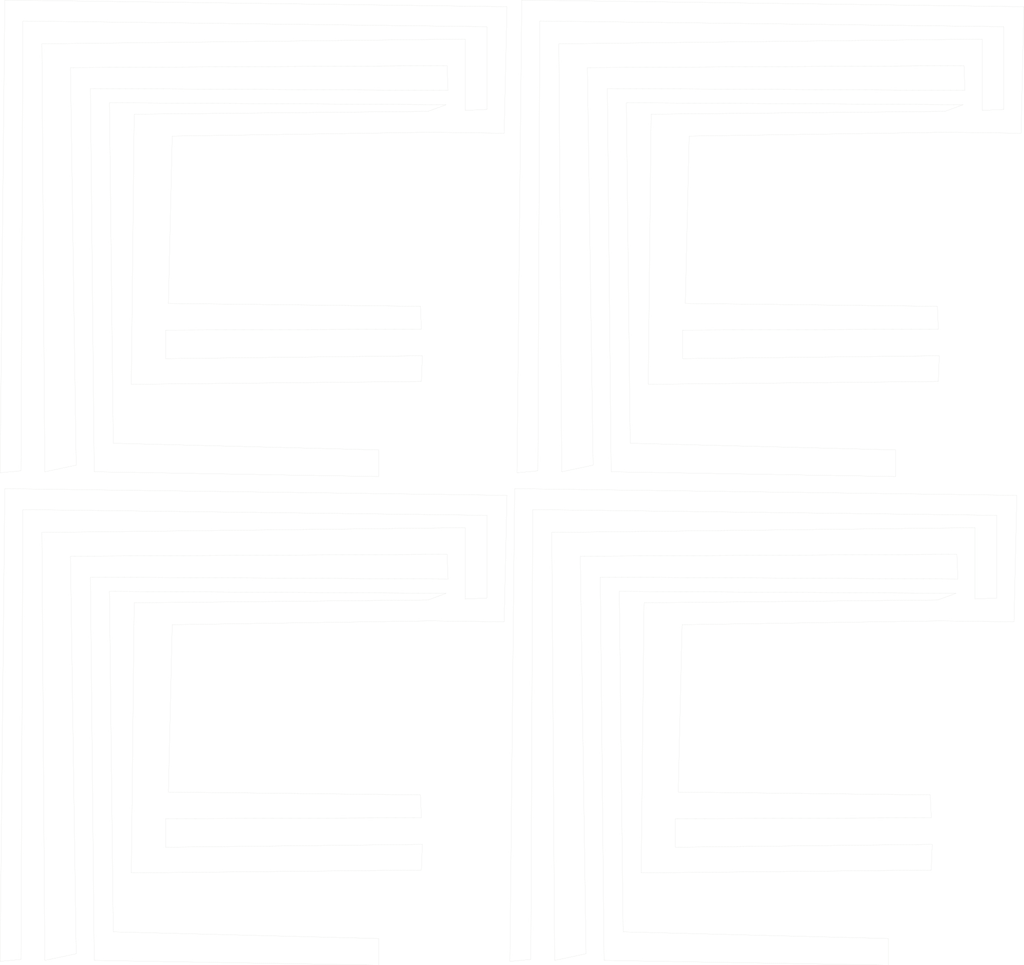
<source format=kicad_pcb>
(kicad_pcb (version 20221018) (generator pcbnew)

  (general
    (thickness 1.6)
  )

  (paper "A4")
  (layers
    (0 "F.Cu" signal)
    (31 "B.Cu" signal)
    (32 "B.Adhes" user "B.Adhesive")
    (33 "F.Adhes" user "F.Adhesive")
    (34 "B.Paste" user)
    (35 "F.Paste" user)
    (36 "B.SilkS" user "B.Silkscreen")
    (37 "F.SilkS" user "F.Silkscreen")
    (38 "B.Mask" user)
    (39 "F.Mask" user)
    (40 "Dwgs.User" user "User.Drawings")
    (41 "Cmts.User" user "User.Comments")
    (42 "Eco1.User" user "User.Eco1")
    (43 "Eco2.User" user "User.Eco2")
    (44 "Edge.Cuts" user)
    (45 "Margin" user)
    (46 "B.CrtYd" user "B.Courtyard")
    (47 "F.CrtYd" user "F.Courtyard")
    (48 "B.Fab" user)
    (49 "F.Fab" user)
    (50 "User.1" user)
    (51 "User.2" user)
    (52 "User.3" user)
    (53 "User.4" user)
    (54 "User.5" user)
    (55 "User.6" user)
    (56 "User.7" user)
    (57 "User.8" user)
    (58 "User.9" user)
  )

  (setup
    (stackup
      (layer "F.SilkS" (type "Top Silk Screen"))
      (layer "F.Paste" (type "Top Solder Paste"))
      (layer "F.Mask" (type "Top Solder Mask") (thickness 0.01))
      (layer "F.Cu" (type "copper") (thickness 0.035))
      (layer "dielectric 1" (type "core") (thickness 1.51) (material "FR4") (epsilon_r 4.5) (loss_tangent 0.02))
      (layer "B.Cu" (type "copper") (thickness 0.035))
      (layer "B.Mask" (type "Bottom Solder Mask") (thickness 0.01))
      (layer "B.Paste" (type "Bottom Solder Paste"))
      (layer "B.SilkS" (type "Bottom Silk Screen"))
      (layer "F.SilkS" (type "Top Silk Screen"))
      (layer "F.Paste" (type "Top Solder Paste"))
      (layer "F.Mask" (type "Top Solder Mask") (thickness 0.01))
      (layer "F.Cu" (type "copper") (thickness 0.035))
      (layer "dielectric 1" (type "core") (thickness 1.51) (material "FR4") (epsilon_r 4.5) (loss_tangent 0.02))
      (layer "B.Cu" (type "copper") (thickness 0.035))
      (layer "B.Mask" (type "Bottom Solder Mask") (thickness 0.01))
      (layer "B.Paste" (type "Bottom Solder Paste"))
      (layer "B.SilkS" (type "Bottom Silk Screen"))
      (layer "F.SilkS" (type "Top Silk Screen"))
      (layer "F.Paste" (type "Top Solder Paste"))
      (layer "F.Mask" (type "Top Solder Mask") (thickness 0.01))
      (layer "F.Cu" (type "copper") (thickness 0.035))
      (layer "dielectric 1" (type "core") (thickness 1.51) (material "FR4") (epsilon_r 4.5) (loss_tangent 0.02))
      (layer "B.Cu" (type "copper") (thickness 0.035))
      (layer "B.Mask" (type "Bottom Solder Mask") (thickness 0.01))
      (layer "B.Paste" (type "Bottom Solder Paste"))
      (layer "B.SilkS" (type "Bottom Silk Screen"))
      (layer "F.SilkS" (type "Top Silk Screen"))
      (layer "F.Paste" (type "Top Solder Paste"))
      (layer "F.Mask" (type "Top Solder Mask") (thickness 0.01))
      (layer "F.Cu" (type "copper") (thickness 0.035))
      (layer "dielectric 1" (type "core") (thickness 1.51) (material "FR4") (epsilon_r 4.5) (loss_tangent 0.02))
      (layer "B.Cu" (type "copper") (thickness 0.035))
      (layer "B.Mask" (type "Bottom Solder Mask") (thickness 0.01))
      (layer "B.Paste" (type "Bottom Solder Paste"))
      (layer "B.SilkS" (type "Bottom Silk Screen"))
      (copper_finish "None")
      (dielectric_constraints no)
    )
    (pad_to_mask_clearance 0)
    (pcbplotparams
      (layerselection 0x00010fc_ffffffff)
      (plot_on_all_layers_selection 0x0000000_00000000)
      (disableapertmacros false)
      (usegerberextensions false)
      (usegerberattributes true)
      (usegerberadvancedattributes true)
      (creategerberjobfile true)
      (dashed_line_dash_ratio 12.000000)
      (dashed_line_gap_ratio 3.000000)
      (svgprecision 4)
      (plotframeref false)
      (viasonmask false)
      (mode 1)
      (useauxorigin false)
      (hpglpennumber 1)
      (hpglpenspeed 20)
      (hpglpendiameter 15.000000)
      (dxfpolygonmode true)
      (dxfimperialunits true)
      (dxfusepcbnewfont true)
      (psnegative false)
      (psa4output false)
      (plotreference true)
      (plotvalue true)
      (plotinvisibletext false)
      (sketchpadsonfab false)
      (subtractmaskfromsilk false)
      (outputformat 1)
      (mirror false)
      (drillshape 1)
      (scaleselection 1)
      (outputdirectory "")
    )
  )

  (net 0 "")

  (gr_line (start 33.149937 204.97989) (end 34.489937 340.28989)
    (stroke (width 0.05) (type default)) (layer "Edge.Cuts") (tstamp 00cc6173-5559-4f5a-8250-00f39dd9d1c6))
  (gr_line (start 314.889937 341.96989) (end 314.889937 332.56989)
    (stroke (width 0.05) (type default)) (layer "Edge.Cuts") (tstamp 02dfe302-fbc5-4222-85c4-a08c4ca6ccd0))
  (gr_line (start 158.729937 38.18989) (end 152.349937 40.53989)
    (stroke (width 0.05) (type default)) (layer "Edge.Cuts") (tstamp 0400c7d3-272a-443b-8887-9887d097834a))
  (gr_line (start 159.399937 33.14989) (end 33.149937 32.47989)
    (stroke (width 0.05) (type default)) (layer "Edge.Cuts") (tstamp 04299b03-1e69-4a00-ab1f-c298e4ad8146))
  (gr_line (start 159.399937 205.64989) (end 33.149937 204.97989)
    (stroke (width 0.05) (type default)) (layer "Edge.Cuts") (tstamp 04c2e604-5a41-41f7-8cb3-a73f1a999482))
  (gr_line (start 134.889937 160.06989) (end 41.209937 157.71989)
    (stroke (width 0.05) (type default)) (layer "Edge.Cuts") (tstamp 0520d37d-70f4-4d0f-9160-2f0c7b3d284e))
  (gr_line (start 317.389937 169.46989) (end 317.389937 160.06989)
    (stroke (width 0.05) (type default)) (layer "Edge.Cuts") (tstamp 07519b2f-f041-4613-8ce1-6b3195c459ee))
  (gr_line (start 59.679937 290.25989) (end 149.999937 289.92989)
    (stroke (width 0.05) (type default)) (layer "Edge.Cuts") (tstamp 07864bf2-a6fb-422c-9be1-91c4e416c21c))
  (gr_line (start 59.679937 117.75989) (end 149.999937 117.42989)
    (stroke (width 0.05) (type default)) (layer "Edge.Cuts") (tstamp 0899ee47-57ab-4ab5-83ff-48cf69b0dc94))
  (gr_line (start 173.159937 212.35989) (end 165.439937 212.69989)
    (stroke (width 0.05) (type default)) (layer "Edge.Cuts") (tstamp 0aafd880-c702-4ae4-accb-a2ba122b6241))
  (gr_line (start 359.209937 220.75989) (end 360.219937 176.09989)
    (stroke (width 0.05) (type default)) (layer "Edge.Cuts") (tstamp 0b812991-852b-45a0-81d1-1a7fc7a7f944))
  (gr_line (start 242.029937 221.76989) (end 333.019937 220.41989)
    (stroke (width 0.05) (type default)) (layer "Edge.Cuts") (tstamp 0cb001d0-bbcf-48ae-a789-6e525ce92b0d))
  (gr_line (start 134.889937 169.46989) (end 134.889937 160.06989)
    (stroke (width 0.05) (type default)) (layer "Edge.Cuts") (tstamp 0dab00cc-f9b1-4bb2-aabe-d4b1b06caf76))
  (gr_line (start 183.749937 168.12989) (end 191.139937 167.44989)
    (stroke (width 0.05) (type default)) (layer "Edge.Cuts") (tstamp 117c24b8-badd-4bd6-baa5-57b8ff868bf8))
  (gr_line (start 214.489937 340.28989) (end 314.889937 341.96989)
    (stroke (width 0.05) (type default)) (layer "Edge.Cuts") (tstamp 150be533-ff7d-43bf-84be-263a51108cf8))
  (gr_line (start 181.249937 340.62989) (end 188.639937 339.94989)
    (stroke (width 0.05) (type default)) (layer "Edge.Cuts") (tstamp 15f13d0c-5ade-482b-b619-6e25767ff299))
  (gr_line (start 159.059937 24.41989) (end 159.399937 33.14989)
    (stroke (width 0.05) (type default)) (layer "Edge.Cuts") (tstamp 18f92f2f-b00b-4e04-9951-2a518e93a59c))
  (gr_line (start 355.659937 10.64989) (end 355.659937 39.85989)
    (stroke (width 0.05) (type default)) (layer "Edge.Cuts") (tstamp 1b21903c-74a4-4505-853e-9db74e9df1ce))
  (gr_line (start 33.149937 32.47989) (end 34.489937 167.78989)
    (stroke (width 0.05) (type default)) (layer "Edge.Cuts") (tstamp 1b58d10d-19f0-4fbc-a3c0-be80e41b38a1))
  (gr_line (start 332.499937 135.88989) (end 332.829937 126.82989)
    (stroke (width 0.05) (type default)) (layer "Edge.Cuts") (tstamp 23530cf2-a345-4b56-8403-fa036251b644))
  (gr_line (start 330.329937 299.32989) (end 239.679937 300.32989)
    (stroke (width 0.05) (type default)) (layer "Edge.Cuts") (tstamp 24c9040f-1c69-404d-918a-e2a604bf407c))
  (gr_line (start 149.999937 289.92989) (end 149.659937 281.86989)
    (stroke (width 0.05) (type default)) (layer "Edge.Cuts") (tstamp 2b87c46e-14cc-4bfb-a1fc-5520798cef62))
  (gr_line (start 149.999937 117.42989) (end 149.659937 109.36989)
    (stroke (width 0.05) (type default)) (layer "Edge.Cuts") (tstamp 2f41104d-4e92-4760-8736-5e8962a175b5))
  (gr_line (start 180.219937 3.59989) (end 2.929937 1.24989)
    (stroke (width 0.05) (type default)) (layer "Edge.Cuts") (tstamp 398aea31-774d-468a-ac07-06e1b294d3b9))
  (gr_line (start 153.019937 47.91989) (end 179.209937 48.25989)
    (stroke (width 0.05) (type default)) (layer "Edge.Cuts") (tstamp 398cb6d9-ba04-4d27-9f90-050cd8f67e4a))
  (gr_line (start 317.389937 160.06989) (end 223.709937 157.71989)
    (stroke (width 0.05) (type default)) (layer "Edge.Cuts") (tstamp 39d9fb7c-b49c-477d-9e98-549ccbc50660))
  (gr_line (start 230.089937 136.89989) (end 332.499937 135.88989)
    (stroke (width 0.05) (type default)) (layer "Edge.Cuts") (tstamp 3bfe9e51-748d-4187-98f3-f0f9aa7c7373))
  (gr_line (start 39.869937 210.00989) (end 158.729937 210.68989)
    (stroke (width 0.05) (type default)) (layer "Edge.Cuts") (tstamp 3c1eef6d-ccd5-46b3-b71a-df4c815603a4))
  (gr_line (start 208.599937 25.08989) (end 341.559937 24.41989)
    (stroke (width 0.05) (type default)) (layer "Edge.Cuts") (tstamp 3fb7910f-be5a-44a4-b83a-50b1c0c7a542))
  (gr_line (start 339.399937 205.64989) (end 213.149937 204.97989)
    (stroke (width 0.05) (type default)) (layer "Edge.Cuts") (tstamp 40f38a80-d26e-4dd8-aa5e-4ebe30dc8cfa))
  (gr_line (start 329.999937 308.38989) (end 330.329937 299.32989)
    (stroke (width 0.05) (type default)) (layer "Edge.Cuts") (tstamp 41f1cce2-7f5e-4f46-b413-15261215caa7))
  (gr_line (start 339.059937 196.91989) (end 339.399937 205.64989)
    (stroke (width 0.05) (type default)) (layer "Edge.Cuts") (tstamp 42a600b0-9860-45b3-92e7-c00a889ed3b5))
  (gr_line (start 26.099937 197.58989) (end 159.059937 196.91989)
    (stroke (width 0.05) (type default)) (layer "Edge.Cuts") (tstamp 4888f216-8928-4377-ad81-8aceabedae05))
  (gr_line (start 355.659937 39.85989) (end 347.939937 40.19989)
    (stroke (width 0.05) (type default)) (layer "Edge.Cuts") (tstamp 48e97c2b-8879-4a68-a7b8-800d441c725c))
  (gr_line (start 223.709937 157.71989) (end 222.369937 37.50989)
    (stroke (width 0.05) (type default)) (layer "Edge.Cuts") (tstamp 495008f8-d3df-4cd6-9ca4-ad13aa23f162))
  (gr_line (start 360.219937 176.09989) (end 182.929937 173.74989)
    (stroke (width 0.05) (type default)) (layer "Edge.Cuts") (tstamp 497d1b05-3ff6-49e3-b81e-b58f295be73a))
  (gr_line (start 243.179937 108.35989) (end 244.529937 49.26989)
    (stroke (width 0.05) (type default)) (layer "Edge.Cuts") (tstamp 49e6e95b-a7f6-4562-af43-454ea5ed614a))
  (gr_line (start 165.439937 40.19989) (end 165.439937 15.01989)
    (stroke (width 0.05) (type default)) (layer "Edge.Cuts") (tstamp 4b38188f-a89c-4379-b147-c198399a6270))
  (gr_line (start 215.649937 32.47989) (end 216.989937 167.78989)
    (stroke (width 0.05) (type default)) (layer "Edge.Cuts") (tstamp 4f325fdc-90ff-4a16-a08d-45dcece53e90))
  (gr_line (start 17.039937 340.28989) (end 28.119937 337.93989)
    (stroke (width 0.05) (type default)) (layer "Edge.Cuts") (tstamp 5114192f-0a1e-419b-ac41-fbae9689bb84))
  (gr_line (start 347.939937 40.19989) (end 347.939937 15.01989)
    (stroke (width 0.05) (type default)) (layer "Edge.Cuts") (tstamp 55fa4b82-50d4-4586-9766-8d31f81904b8))
  (gr_line (start 2.929937 173.74989) (end 1.249937 340.62989)
    (stroke (width 0.05) (type default)) (layer "Edge.Cuts") (tstamp 588d5c4a-b2a0-43a4-bce1-8489b83726d3))
  (gr_line (start 329.659937 281.86989) (end 240.679937 280.85989)
    (stroke (width 0.05) (type default)) (layer "Edge.Cuts") (tstamp 5b1c9b0b-c63a-4bf3-9d54-578913ca0674))
  (gr_line (start 41.209937 330.21989) (end 39.869937 210.00989)
    (stroke (width 0.05) (type default)) (layer "Edge.Cuts") (tstamp 5cf8fb6e-a294-48e4-9f77-e2f26aead012))
  (gr_line (start 149.999937 308.38989) (end 150.329937 299.32989)
    (stroke (width 0.05) (type default)) (layer "Edge.Cuts") (tstamp 5d11eaa8-d205-4a91-9319-07ce9f3c1111))
  (gr_line (start 228.599937 214.03989) (end 227.589937 309.39989)
    (stroke (width 0.05) (type default)) (layer "Edge.Cuts") (tstamp 60ee38cb-3227-49cb-b0f8-9c8303f83dd1))
  (gr_line (start 41.209937 157.71989) (end 39.869937 37.50989)
    (stroke (width 0.05) (type default)) (layer "Edge.Cuts") (tstamp 61df2ea9-2b1c-4545-8db7-1503a4cb6046))
  (gr_line (start 332.349937 213.03989) (end 228.599937 214.03989)
    (stroke (width 0.05) (type default)) (layer "Edge.Cuts") (tstamp 627665b4-792e-457a-8926-1acf124b1572))
  (gr_line (start 338.729937 210.68989) (end 332.349937 213.03989)
    (stroke (width 0.05) (type default)) (layer "Edge.Cuts") (tstamp 65785b16-f2d9-4cc1-99b9-5737eedf5140))
  (gr_line (start 152.349937 40.53989) (end 48.599937 41.53989)
    (stroke (width 0.05) (type default)) (layer "Edge.Cuts") (tstamp 66a3d43a-2ea3-430a-90cd-0f02601baef3))
  (gr_line (start 34.489937 340.28989) (end 134.889937 341.96989)
    (stroke (width 0.05) (type default)) (layer "Edge.Cuts") (tstamp 66f57629-e235-42cc-9d03-8e041f422374))
  (gr_line (start 206.099937 197.58989) (end 339.059937 196.91989)
    (stroke (width 0.05) (type default)) (layer "Edge.Cuts") (tstamp 671c862b-969a-473a-8503-b873796b9ea4))
  (gr_line (start 8.639937 339.94989) (end 9.309937 181.13989)
    (stroke (width 0.05) (type default)) (layer "Edge.Cuts") (tstamp 6ad18e4e-aff5-445d-bdd2-524d50bbf6e4))
  (gr_line (start 17.039937 167.78989) (end 28.119937 165.43989)
    (stroke (width 0.05) (type default)) (layer "Edge.Cuts") (tstamp 6b099f44-aec1-479f-a638-1ae56f981324))
  (gr_line (start 341.559937 24.41989) (end 341.899937 33.14989)
    (stroke (width 0.05) (type default)) (layer "Edge.Cuts") (tstamp 6bb9cd3a-4e29-4cdb-a5ad-164de4d0dcb5))
  (gr_line (start 179.209937 220.75989) (end 180.219937 176.09989)
    (stroke (width 0.05) (type default)) (layer "Edge.Cuts") (tstamp 6d702f3b-09ba-47e0-b754-542ff3866c5b))
  (gr_line (start 150.329937 299.32989) (end 59.679937 300.32989)
    (stroke (width 0.05) (type default)) (layer "Edge.Cuts") (tstamp 70f7d1b1-fb80-4ca8-8fcf-d74992576ca6))
  (gr_line (start 34.489937 167.78989) (end 134.889937 169.46989)
    (stroke (width 0.05) (type default)) (layer "Edge.Cuts") (tstamp 756440c7-cfb2-4880-84cf-bfa737bfa6e6))
  (gr_line (start 198.529937 16.69989) (end 199.539937 167.78989)
    (stroke (width 0.05) (type default)) (layer "Edge.Cuts") (tstamp 79eb2a56-8ea2-4695-aa4b-582b30464b60))
  (gr_line (start 60.679937 280.85989) (end 62.029937 221.76989)
    (stroke (width 0.05) (type default)) (layer "Edge.Cuts") (tstamp 7a4c7810-423b-4c98-bc71-f18453f8203c))
  (gr_line (start 48.599937 41.53989) (end 47.589937 136.89989)
    (stroke (width 0.05) (type default)) (layer "Edge.Cuts") (tstamp 7e5385d7-c950-4197-9741-8a16304a37c3))
  (gr_line (start 47.589937 309.39989) (end 149.999937 308.38989)
    (stroke (width 0.05) (type default)) (layer "Edge.Cuts") (tstamp 83a568f9-5e9a-4404-8985-0a01f9bca37b))
  (gr_line (start 191.139937 167.44989) (end 191.809937 8.63989)
    (stroke (width 0.05) (type default)) (layer "Edge.Cuts") (tstamp 86a88b5c-abd7-44b1-ad53-a0fefb468d07))
  (gr_line (start 239.679937 290.25989) (end 329.999937 289.92989)
    (stroke (width 0.05) (type default)) (layer "Edge.Cuts") (tstamp 86d4a9fa-03ae-45cc-978b-5eebb6ebe2cb))
  (gr_line (start 329.999937 289.92989) (end 329.659937 281.86989)
    (stroke (width 0.05) (type default)) (layer "Edge.Cuts") (tstamp 87d20cb9-7a5f-4b31-ac29-ec98a234fdae))
  (gr_line (start 240.679937 280.85989) (end 242.029937 221.76989)
    (stroke (width 0.05) (type default)) (layer "Edge.Cuts") (tstamp 8d26faf0-37f3-430a-841c-318e9ac66d61))
  (gr_line (start 134.889937 332.56989) (end 41.209937 330.21989)
    (stroke (width 0.05) (type default)) (layer "Edge.Cuts") (tstamp 92ce3b43-6373-474f-864a-90b8a7da5a6a))
  (gr_line (start 242.179937 117.75989) (end 332.499937 117.42989)
    (stroke (width 0.05) (type default)) (layer "Edge.Cuts") (tstamp 958d0cf6-d804-4364-bb44-67d765aaf2e7))
  (gr_line (start 26.099937 25.08989) (end 159.059937 24.41989)
    (stroke (width 0.05) (type default)) (layer "Edge.Cuts") (tstamp 95b4a0a3-aae5-466a-b7b1-a5de6b2add05))
  (gr_line (start 47.589937 136.89989) (end 149.999937 135.88989)
    (stroke (width 0.05) (type default)) (layer "Edge.Cuts") (tstamp 9713162d-0335-4e49-915a-5daa2a2d843d))
  (gr_line (start 9.309937 8.63989) (end 173.159937 10.64989)
    (stroke (width 0.05) (type default)) (layer "Edge.Cuts") (tstamp 97152611-4ef2-4d9b-aa5e-4d2695f4bdb1))
  (gr_line (start 9.309937 181.13989) (end 173.159937 183.14989)
    (stroke (width 0.05) (type default)) (layer "Edge.Cuts") (tstamp 98d14f71-b620-4d73-8994-2ca90f1cddee))
  (gr_line (start 165.439937 187.51989) (end 16.029937 189.19989)
    (stroke (width 0.05) (type default)) (layer "Edge.Cuts") (tstamp 9acbf333-4ea2-463e-a3bb-87f96fe8dbfb))
  (gr_line (start 345.439937 187.51989) (end 196.029937 189.19989)
    (stroke (width 0.05) (type default)) (layer "Edge.Cuts") (tstamp 9d2635a6-65c1-4f62-9017-df3cb491ab93))
  (gr_line (start 159.059937 196.91989) (end 159.399937 205.64989)
    (stroke (width 0.05) (type default)) (layer "Edge.Cuts") (tstamp 9df38eab-6240-4450-8984-991a58d8cd79))
  (gr_line (start 28.119937 165.43989) (end 26.099937 25.08989)
    (stroke (width 0.05) (type default)) (layer "Edge.Cuts") (tstamp 9ecd046e-1213-4cdf-a690-202c35698f92))
  (gr_line (start 353.159937 212.35989) (end 345.439937 212.69989)
    (stroke (width 0.05) (type default)) (layer "Edge.Cuts") (tstamp a3114778-7c9e-428a-8708-47002d120cb1))
  (gr_line (start 179.209937 48.25989) (end 180.219937 3.59989)
    (stroke (width 0.05) (type default)) (layer "Edge.Cuts") (tstamp a3d92031-797b-4795-812a-75f17989b1aa))
  (gr_line (start 62.029937 221.76989) (end 153.019937 220.41989)
    (stroke (width 0.05) (type default)) (layer "Edge.Cuts") (tstamp a52098f1-1246-4aca-bd24-2b73584eb68a))
  (gr_line (start 2.929937 1.24989) (end 1.249937 168.12989)
    (stroke (width 0.05) (type default)) (layer "Edge.Cuts") (tstamp a573b4eb-c6d7-461c-b607-1671d6a019f5))
  (gr_line (start 244.529937 49.26989) (end 335.519937 47.91989)
    (stroke (width 0.05) (type default)) (layer "Edge.Cuts") (tstamp a7449cc1-a262-4fbb-8513-2ed93691ff2d))
  (gr_line (start 149.659937 281.86989) (end 60.679937 280.85989)
    (stroke (width 0.05) (type default)) (layer "Edge.Cuts") (tstamp a81c2c35-eecf-48e4-927c-9667a005c9ee))
  (gr_line (start 152.349937 213.03989) (end 48.599937 214.03989)
    (stroke (width 0.05) (type default)) (layer "Edge.Cuts") (tstamp a85bc898-0f4d-4565-96b1-51f85792d829))
  (gr_line (start 158.729937 210.68989) (end 152.349937 213.03989)
    (stroke (width 0.05) (type default)) (layer "Edge.Cuts") (tstamp a8f53fc8-6e01-477d-a427-7ac0272466b6))
  (gr_line (start 165.439937 15.01989) (end 16.029937 16.69989)
    (stroke (width 0.05) (type default)) (layer "Edge.Cuts") (tstamp a9c4c49a-b0be-4b84-be5d-f1b71ac7dae8))
  (gr_line (start 333.019937 220.41989) (end 359.209937 220.75989)
    (stroke (width 0.05) (type default)) (layer "Edge.Cuts") (tstamp aab7b716-382a-4152-80f8-86f52f7e6387))
  (gr_line (start 221.209937 330.21989) (end 219.869937 210.00989)
    (stroke (width 0.05) (type default)) (layer "Edge.Cuts") (tstamp aad6b55e-cd4f-4e8a-a77a-d63545532358))
  (gr_line (start 150.329937 126.82989) (end 59.679937 127.82989)
    (stroke (width 0.05) (type default)) (layer "Edge.Cuts") (tstamp ab59bf3e-9f81-4d43-a267-558b7fdd8d3c))
  (gr_line (start 28.119937 337.93989) (end 26.099937 197.58989)
    (stroke (width 0.05) (type default)) (layer "Edge.Cuts") (tstamp ab899401-f668-4f53-aaf9-15ac67650acc))
  (gr_line (start 216.989937 167.78989) (end 317.389937 169.46989)
    (stroke (width 0.05) (type default)) (layer "Edge.Cuts") (tstamp af7f935a-2ce3-4b3f-8700-1660c367ce5d))
  (gr_line (start 173.159937 39.85989) (end 165.439937 40.19989)
    (stroke (width 0.05) (type default)) (layer "Edge.Cuts") (tstamp b322fec4-06e7-4050-97b9-d17166f1a3df))
  (gr_line (start 59.679937 127.82989) (end 59.679937 117.75989)
    (stroke (width 0.05) (type default)) (layer "Edge.Cuts") (tstamp b56dddd3-7caf-4ac5-b397-5332b9086d68))
  (gr_line (start 199.539937 167.78989) (end 210.619937 165.43989)
    (stroke (width 0.05) (type default)) (layer "Edge.Cuts") (tstamp b5c93067-c231-4525-8235-d0f5a6ff99ae))
  (gr_line (start 39.869937 37.50989) (end 158.729937 38.18989)
    (stroke (width 0.05) (type default)) (layer "Edge.Cuts") (tstamp b820c3a0-c81e-4533-83ec-380bc6af976a))
  (gr_line (start 182.929937 173.74989) (end 181.249937 340.62989)
    (stroke (width 0.05) (type default)) (layer "Edge.Cuts") (tstamp b8464040-53bc-49b2-aba5-7434b3e8f043))
  (gr_line (start 219.869937 210.00989) (end 338.729937 210.68989)
    (stroke (width 0.05) (type default)) (layer "Edge.Cuts") (tstamp b949599f-6917-414a-bf1d-799d423f0eb9))
  (gr_line (start 197.039937 340.28989) (end 208.119937 337.93989)
    (stroke (width 0.05) (type default)) (layer "Edge.Cuts") (tstamp bc0f18cf-aea8-41e3-b7a2-49a00b33050d))
  (gr_line (start 332.829937 126.82989) (end 242.179937 127.82989)
    (stroke (width 0.05) (type default)) (layer "Edge.Cuts") (tstamp bd998b0a-a08c-4720-bca3-f8c82c6cc65c))
  (gr_line (start 48.599937 214.03989) (end 47.589937 309.39989)
    (stroke (width 0.05) (type default)) (layer "Edge.Cuts") (tstamp bf1a82c0-061c-4f53-91e1-c76d3f50bbc3))
  (gr_line (start 362.719937 3.59989) (end 185.429937 1.24989)
    (stroke (width 0.05) (type default)) (layer "Edge.Cuts") (tstamp bf202b59-c89a-4eca-b071-a4e48a8bee9d))
  (gr_line (start 185.429937 1.24989) (end 183.749937 168.12989)
    (stroke (width 0.05) (type default)) (layer "Edge.Cuts") (tstamp bfb4d2dc-b83d-4621-a121-df5620d0fedb))
  (gr_line (start 189.309937 181.13989) (end 353.159937 183.14989)
    (stroke (width 0.05) (type default)) (layer "Edge.Cuts") (tstamp c4c2cfeb-ab09-4ec5-90da-d88404785b35))
  (gr_line (start 8.639937 167.44989) (end 9.309937 8.63989)
    (stroke (width 0.05) (type default)) (layer "Edge.Cuts") (tstamp c5e329c6-d203-4fbb-9eaa-ecad98048cbd))
  (gr_line (start 149.659937 109.36989) (end 60.679937 108.35989)
    (stroke (width 0.05) (type default)) (layer "Edge.Cuts") (tstamp c875bdd5-47ce-47e6-ba3c-3fd9ae1b72b1))
  (gr_line (start 153.019937 220.41989) (end 179.209937 220.75989)
    (stroke (width 0.05) (type default)) (layer "Edge.Cuts") (tstamp ccd4341c-6821-4d7e-9f0c-9db8d7b1fc1d))
  (gr_line (start 227.589937 309.39989) (end 329.999937 308.38989)
    (stroke (width 0.05) (type default)) (layer "Edge.Cuts") (tstamp ce666525-cc70-4bf6-83f0-00745f2690d6))
  (gr_line (start 347.939937 15.01989) (end 198.529937 16.69989)
    (stroke (width 0.05) (type default)) (layer "Edge.Cuts") (tstamp cece1af1-a966-45ab-8b3f-e255f37482da))
  (gr_line (start 341.229937 38.18989) (end 334.849937 40.53989)
    (stroke (width 0.05) (type default)) (layer "Edge.Cuts") (tstamp d070e61c-f96b-4f68-b185-3eae8e438e04))
  (gr_line (start 239.679937 300.32989) (end 239.679937 290.25989)
    (stroke (width 0.05) (type default)) (layer "Edge.Cuts") (tstamp d0e05e57-93da-4b8a-8b56-9e39849c3f2d))
  (gr_line (start 222.369937 37.50989) (end 341.229937 38.18989)
    (stroke (width 0.05) (type default)) (layer "Edge.Cuts") (tstamp d16ba9b8-b5a4-4a8e-90ea-2172d6638ab1))
  (gr_line (start 165.439937 212.69989) (end 165.439937 187.51989)
    (stroke (width 0.05) (type default)) (layer "Edge.Cuts") (tstamp d1fb7651-387f-4377-96b5-9fe484cc08bb))
  (gr_line (start 208.119937 337.93989) (end 206.099937 197.58989)
    (stroke (width 0.05) (type default)) (layer "Edge.Cuts") (tstamp d223e813-8a2f-408e-87b1-a250538a49d9))
  (gr_line (start 16.029937 16.69989) (end 17.039937 167.78989)
    (stroke (width 0.05) (type default)) (layer "Edge.Cuts") (tstamp d23ead35-a7b7-4f66-9bc4-c445ad0204e8))
  (gr_line (start 188.639937 339.94989) (end 189.309937 181.13989)
    (stroke (width 0.05) (type default)) (layer "Edge.Cuts") (tstamp d4150a5d-91f9-4dfc-bdaa-86d813fa1e38))
  (gr_line (start 332.159937 109.36989) (end 243.179937 108.35989)
    (stroke (width 0.05) (type default)) (layer "Edge.Cuts") (tstamp d51d2013-f98c-460c-ada4-f75265e5e400))
  (gr_line (start 332.499937 117.42989) (end 332.159937 109.36989)
    (stroke (width 0.05) (type default)) (layer "Edge.Cuts") (tstamp d9e3f3c3-95a6-4d19-b880-3862b3d1838c))
  (gr_line (start 180.219937 176.09989) (end 2.929937 173.74989)
    (stroke (width 0.05) (type default)) (layer "Edge.Cuts") (tstamp da24bd59-d67e-4a62-8434-0f19e12dbcad))
  (gr_line (start 149.999937 135.88989) (end 150.329937 126.82989)
    (stroke (width 0.05) (type default)) (layer "Edge.Cuts") (tstamp def10dc4-1074-4b68-97e0-cf9a63e7a05d))
  (gr_line (start 1.249937 168.12989) (end 8.639937 167.44989)
    (stroke (width 0.05) (type default)) (layer "Edge.Cuts") (tstamp df162949-99db-4626-973e-601cf9414ff2))
  (gr_line (start 335.519937 47.91989) (end 361.709937 48.25989)
    (stroke (width 0.05) (type default)) (layer "Edge.Cuts") (tstamp e14dd749-296b-4160-b0eb-8df6df18bc88))
  (gr_line (start 16.029937 189.19989) (end 17.039937 340.28989)
    (stroke (width 0.05) (type default)) (layer "Edge.Cuts") (tstamp e4629800-e412-458b-a2d9-3d656bed6fff))
  (gr_line (start 213.149937 204.97989) (end 214.489937 340.28989)
    (stroke (width 0.05) (type default)) (layer "Edge.Cuts") (tstamp e58c7ab6-8945-4f36-b335-2543cdfe2f9a))
  (gr_line (start 314.889937 332.56989) (end 221.209937 330.21989)
    (stroke (width 0.05) (type default)) (layer "Edge.Cuts") (tstamp e5bdc2ab-ddb3-4834-8480-39561f9dce64))
  (gr_line (start 334.849937 40.53989) (end 231.099937 41.53989)
    (stroke (width 0.05) (type default)) (layer "Edge.Cuts") (tstamp e74de143-6876-43e3-9dc0-8c36f578c1ed))
  (gr_line (start 173.159937 10.64989) (end 173.159937 39.85989)
    (stroke (width 0.05) (type default)) (layer "Edge.Cuts") (tstamp e77ff694-919f-4984-86ca-05d62d045e03))
  (gr_line (start 173.159937 183.14989) (end 173.159937 212.35989)
    (stroke (width 0.05) (type default)) (layer "Edge.Cuts") (tstamp e9845fd0-5d31-45e3-ade7-7d19b2496f32))
  (gr_line (start 210.619937 165.43989) (end 208.599937 25.08989)
    (stroke (width 0.05) (type default)) (layer "Edge.Cuts") (tstamp eb13dc2c-0165-4f24-9179-3da55f572018))
  (gr_line (start 59.679937 300.32989) (end 59.679937 290.25989)
    (stroke (width 0.05) (type default)) (layer "Edge.Cuts") (tstamp eef7da8a-abc9-417d-9da5-36f7f07e946d))
  (gr_line (start 231.099937 41.53989) (end 230.089937 136.89989)
    (stroke (width 0.05) (type default)) (layer "Edge.Cuts") (tstamp f2cb4f0f-ca1d-4e09-af69-4d3d28b74979))
  (gr_line (start 134.889937 341.96989) (end 134.889937 332.56989)
    (stroke (width 0.05) (type default)) (layer "Edge.Cuts") (tstamp f3db2cea-d542-4a27-830a-d5426b2797de))
  (gr_line (start 62.029937 49.26989) (end 153.019937 47.91989)
    (stroke (width 0.05) (type default)) (layer "Edge.Cuts") (tstamp f4ee1fde-8305-4624-8a57-68ee0e86a511))
  (gr_line (start 242.179937 127.82989) (end 242.179937 117.75989)
    (stroke (width 0.05) (type default)) (layer "Edge.Cuts") (tstamp f5899b87-8b78-4190-8737-13167c11587a))
  (gr_line (start 1.249937 340.62989) (end 8.639937 339.94989)
    (stroke (width 0.05) (type default)) (layer "Edge.Cuts") (tstamp f66754ab-c8de-4a62-8560-ed72bbc41446))
  (gr_line (start 353.159937 183.14989) (end 353.159937 212.35989)
    (stroke (width 0.05) (type default)) (layer "Edge.Cuts") (tstamp f669ad84-eedf-45a2-bd12-f88233927257))
  (gr_line (start 341.899937 33.14989) (end 215.649937 32.47989)
    (stroke (width 0.05) (type default)) (layer "Edge.Cuts") (tstamp f675bebd-7062-46aa-a54f-29b28f0bc8ee))
  (gr_line (start 60.679937 108.35989) (end 62.029937 49.26989)
    (stroke (width 0.05) (type default)) (layer "Edge.Cuts") (tstamp f89f98d6-560e-4b20-9622-744d47ab071a))
  (gr_line (start 361.709937 48.25989) (end 362.719937 3.59989)
    (stroke (width 0.05) (type default)) (layer "Edge.Cuts") (tstamp f8d9005f-3068-4411-a1c1-9c68917df0cf))
  (gr_line (start 191.809937 8.63989) (end 355.659937 10.64989)
    (stroke (width 0.05) (type default)) (layer "Edge.Cuts") (tstamp fac7ada9-c7fa-407a-bed8-071c6d4869c9))
  (gr_line (start 196.029937 189.19989) (end 197.039937 340.28989)
    (stroke (width 0.05) (type default)) (layer "Edge.Cuts") (tstamp fbbfdc21-9578-4309-af96-3d4c40d0c399))
  (gr_line (start 345.439937 212.69989) (end 345.439937 187.51989)
    (stroke (width 0.05) (type default)) (layer "Edge.Cuts") (tstamp fd33e762-d301-42ce-b5a6-f8239f319027))

)

</source>
